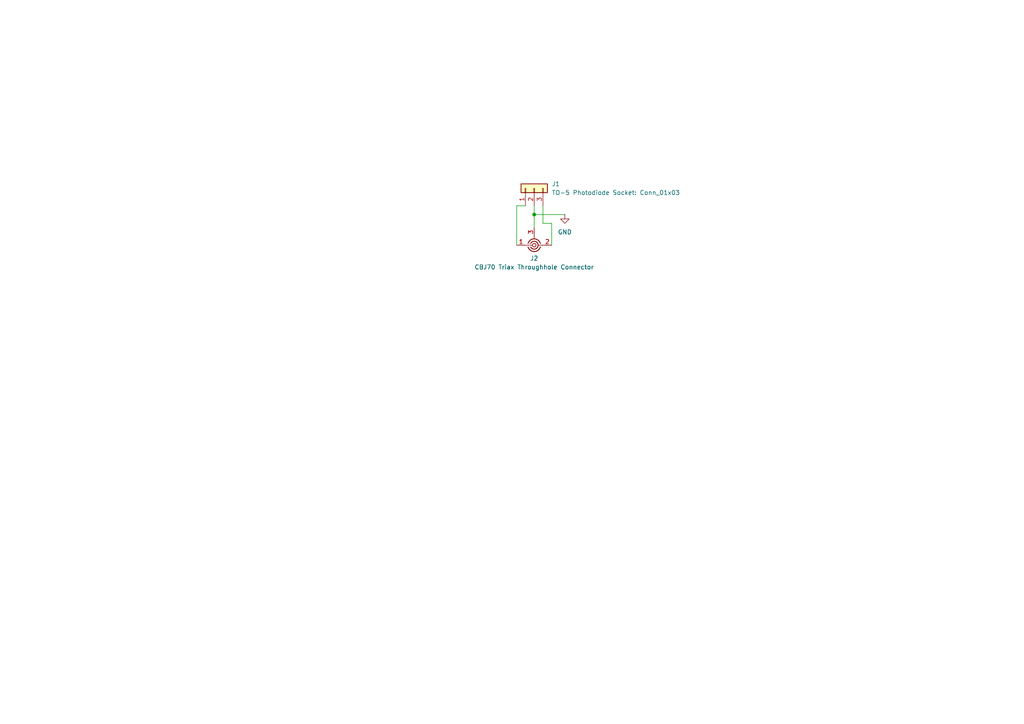
<source format=kicad_sch>
(kicad_sch (version 20250114) (generator "eeschema") (generator_version "9.0")
  (paper "A4")
  (lib_symbols
    (symbol "Connector:Conn_Triaxial" (pin_names (hide yes))
      (property "Reference" "J" (at 0.254 5.588 0))
      (property "Value" "Conn_Triaxial" (at 0 7.62 0))
      (symbol "Conn_Triaxial_0_1"
        (polyline (pts (xy -2.54 2.54) (xy -0.508 2.54)))
        (arc (start 1.778 2.032) (mid 0 0.6909) (end -1.778 2.032) (stroke (width 0.254)))
        (circle (center 0 2.54) (radius 0.508) (stroke (width 0.2032)))
        (arc (start 1.143 2.54) (mid 0.2609 1.4272) (end -1.0239 2.032) (stroke (width 0.254)))
        (arc (start -1.778 3.048) (mid 0 4.3891) (end 1.778 3.048) (stroke (width 0.254)))
        (arc (start -1.0239 3.048) (mid 0.2609 3.6527) (end 1.143 2.54) (stroke (width 0.254)))
        (polyline (pts (xy 0 0) (xy 0 0.635)))
        (polyline (pts (xy 1.27 2.54) (xy 2.54 2.54)))
      )
      (symbol "Conn_Triaxial_1_1"
        (pin passive line (at -5.08 2.54 0) (length 2.54) (name "In1") (number "1"))
        (pin passive line (at 0 -2.54 90) (length 2.54) (name "Ext") (number "3"))
        (pin passive line (at 5.08 2.54 180) (length 2.54) (name "In2") (number "2"))
      )
    )
    (symbol "Connector_Generic:Conn_01x03" (pin_names (offset 1.016) (hide yes))
      (property "Reference" "J" (at 0 5.08 0))
      (property "Value" "Conn_01x03" (at 0 -5.08 0))
      (symbol "Conn_01x03_1_1"
        (rectangle (start -1.27 3.81) (end 1.27 -3.81) (stroke (width 0.254)) (fill (type background)))
        (rectangle (start -1.27 2.667) (end 0 2.413) (stroke (width 0.1524)))
        (rectangle (start -1.27 0.127) (end 0 -0.127) (stroke (width 0.1524)))
        (rectangle (start -1.27 -2.413) (end 0 -2.667) (stroke (width 0.1524)))
        (pin passive line (at -5.08 2.54 0) (length 3.81) (name "Pin_1") (number "1"))
        (pin passive line (at -5.08 0 0) (length 3.81) (name "Pin_2") (number "2"))
        (pin passive line (at -5.08 -2.54 0) (length 3.81) (name "Pin_3") (number "3"))
      )
    )
    (symbol "power:GND" (power) (pin_numbers (hide yes)) (pin_names (offset 0) (hide yes))
      (property "Value" "GND" (at 0 -3.81 0))
      (symbol "GND_0_1"
        (polyline (pts (xy 0 0) (xy 0 -1.27) (xy 1.27 -1.27) (xy 0 -2.54) (xy -1.27 -1.27) (xy 0 -1.27)))
      )
      (symbol "GND_1_1"
        (pin power_in line (at 0 0 270) (length 0) (name "~") (number "1"))
      )
    )
  )
  (junction (at 154.94 62.23))
  (wire (pts (xy 149.86 59.69) (xy 152.4 59.69)))
  (wire (pts (xy 157.48 59.69) (xy 157.48 64.77)))
  (wire (pts (xy 154.94 59.69) (xy 154.94 62.23)))
  (wire (pts (xy 157.48 64.77) (xy 160.02 64.77)))
  (wire (pts (xy 154.94 62.23) (xy 163.83 62.23)))
  (wire (pts (xy 154.94 62.23) (xy 154.94 66.04)))
  (wire (pts (xy 160.02 64.77) (xy 160.02 71.12)))
  (wire (pts (xy 149.86 71.12) (xy 149.86 59.69)))
  (symbol (lib_id "Connector_Generic:Conn_01x03") (at 154.94 54.61 90) (unit 1)
    (property "Reference" "J1" (at 160.02 53.3399 90) (effects (justify right)))
    (property "Value" "TO-5 Photodiode Socket: Conn_01x03" (at 160.02 55.8799 90) (effects (justify right)))
    (property "Footprint" "Package_TO_SOT_THT:TO-5-3" (effects (hide yes)))
    (property "Description" "Generic connector, single row, 01x03, script generated (kicad-library-utils/schlib/autogen/connector/)" (effects (hide yes)))
  )
  (symbol (lib_id "Connector:Conn_Triaxial") (at 154.94 68.58 0) (mirror x) (unit 1)
    (property "Reference" "J2" (at 154.94 74.93 0))
    (property "Value" "CBJ70 Triax Throughhole Connector" (at 154.94 77.47 0))
    (property "Footprint" "KiCADv6:CONN_CBJ70_CIN" (effects (hide yes)))
    (property "Description" "triaxial connector (LEMO 00.302, ...)" (effects (hide yes)))
  )
  (symbol (lib_id "power:GND") (at 163.83 62.23 0) (unit 1)
    (property "Reference" "#PWR01" (effects (hide yes)))
    (property "Value" "GND" (at 163.83 67.31 0))
    (property "Description" "Power symbol creates a global label with name \"GND\" , ground" (effects (hide yes)))
  )
)
</source>
